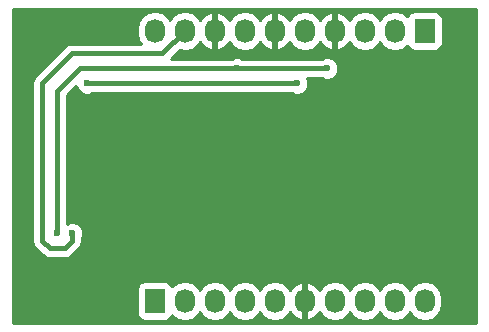
<source format=gbr>
G04 #@! TF.FileFunction,Copper,L2,Bot,Signal*
%FSLAX46Y46*%
G04 Gerber Fmt 4.6, Leading zero omitted, Abs format (unit mm)*
G04 Created by KiCad (PCBNEW 4.0.1-stable) date Monday, February 29, 2016 'PMt' 01:12:21 PM*
%MOMM*%
G01*
G04 APERTURE LIST*
%ADD10C,0.150000*%
%ADD11R,1.727200X2.032000*%
%ADD12O,1.727200X2.032000*%
%ADD13C,0.600000*%
%ADD14C,0.406400*%
%ADD15C,0.254000*%
G04 APERTURE END LIST*
D10*
D11*
X142240000Y-119380000D03*
D12*
X144780000Y-119380000D03*
X147320000Y-119380000D03*
X149860000Y-119380000D03*
X152400000Y-119380000D03*
X154940000Y-119380000D03*
X157480000Y-119380000D03*
X160020000Y-119380000D03*
X162560000Y-119380000D03*
X165100000Y-119380000D03*
D11*
X165100000Y-96520000D03*
D12*
X162560000Y-96520000D03*
X160020000Y-96520000D03*
X157480000Y-96520000D03*
X154940000Y-96520000D03*
X152400000Y-96520000D03*
X149860000Y-96520000D03*
X147320000Y-96520000D03*
X144780000Y-96520000D03*
X142240000Y-96520000D03*
D13*
X136525000Y-100965000D03*
X154305000Y-100965000D03*
X149225000Y-99695000D03*
X133985000Y-113665000D03*
X156845000Y-99695000D03*
X135255000Y-113665000D03*
D14*
X154305000Y-100965000D02*
X136525000Y-100965000D01*
X133985000Y-102870000D02*
X133985000Y-101600000D01*
X133985000Y-113665000D02*
X133985000Y-102870000D01*
X133985000Y-101600000D02*
X135890000Y-99695000D01*
X149225000Y-99695000D02*
X135890000Y-99695000D01*
X149225000Y-99695000D02*
X156845000Y-99695000D01*
X132715000Y-102235000D02*
X132715000Y-100965000D01*
X135255000Y-113665000D02*
X135255000Y-114300000D01*
X135255000Y-114300000D02*
X134620000Y-114935000D01*
X134620000Y-114935000D02*
X133350000Y-114935000D01*
X133350000Y-114935000D02*
X132715000Y-114300000D01*
X132715000Y-114300000D02*
X132715000Y-102235000D01*
X132715000Y-100965000D02*
X135255000Y-98425000D01*
X135255000Y-98425000D02*
X142875000Y-98425000D01*
X144780000Y-96520000D02*
X142875000Y-98425000D01*
D15*
G36*
X169470000Y-121210000D02*
X130250000Y-121210000D01*
X130250000Y-118364000D01*
X140728960Y-118364000D01*
X140728960Y-120396000D01*
X140773238Y-120631317D01*
X140912310Y-120847441D01*
X141124510Y-120992431D01*
X141376400Y-121043440D01*
X143103600Y-121043440D01*
X143338917Y-120999162D01*
X143555041Y-120860090D01*
X143700031Y-120647890D01*
X143708400Y-120606561D01*
X143720330Y-120624415D01*
X144206511Y-120949271D01*
X144780000Y-121063345D01*
X145353489Y-120949271D01*
X145839670Y-120624415D01*
X146050000Y-120309634D01*
X146260330Y-120624415D01*
X146746511Y-120949271D01*
X147320000Y-121063345D01*
X147893489Y-120949271D01*
X148379670Y-120624415D01*
X148590000Y-120309634D01*
X148800330Y-120624415D01*
X149286511Y-120949271D01*
X149860000Y-121063345D01*
X150433489Y-120949271D01*
X150919670Y-120624415D01*
X151130000Y-120309634D01*
X151340330Y-120624415D01*
X151826511Y-120949271D01*
X152400000Y-121063345D01*
X152973489Y-120949271D01*
X153459670Y-120624415D01*
X153666461Y-120314931D01*
X154037964Y-120730732D01*
X154565209Y-120984709D01*
X154580974Y-120987358D01*
X154813000Y-120866217D01*
X154813000Y-119507000D01*
X154793000Y-119507000D01*
X154793000Y-119253000D01*
X154813000Y-119253000D01*
X154813000Y-117893783D01*
X155067000Y-117893783D01*
X155067000Y-119253000D01*
X155087000Y-119253000D01*
X155087000Y-119507000D01*
X155067000Y-119507000D01*
X155067000Y-120866217D01*
X155299026Y-120987358D01*
X155314791Y-120984709D01*
X155842036Y-120730732D01*
X156213539Y-120314931D01*
X156420330Y-120624415D01*
X156906511Y-120949271D01*
X157480000Y-121063345D01*
X158053489Y-120949271D01*
X158539670Y-120624415D01*
X158750000Y-120309634D01*
X158960330Y-120624415D01*
X159446511Y-120949271D01*
X160020000Y-121063345D01*
X160593489Y-120949271D01*
X161079670Y-120624415D01*
X161290000Y-120309634D01*
X161500330Y-120624415D01*
X161986511Y-120949271D01*
X162560000Y-121063345D01*
X163133489Y-120949271D01*
X163619670Y-120624415D01*
X163830000Y-120309634D01*
X164040330Y-120624415D01*
X164526511Y-120949271D01*
X165100000Y-121063345D01*
X165673489Y-120949271D01*
X166159670Y-120624415D01*
X166484526Y-120138234D01*
X166598600Y-119564745D01*
X166598600Y-119195255D01*
X166484526Y-118621766D01*
X166159670Y-118135585D01*
X165673489Y-117810729D01*
X165100000Y-117696655D01*
X164526511Y-117810729D01*
X164040330Y-118135585D01*
X163830000Y-118450366D01*
X163619670Y-118135585D01*
X163133489Y-117810729D01*
X162560000Y-117696655D01*
X161986511Y-117810729D01*
X161500330Y-118135585D01*
X161290000Y-118450366D01*
X161079670Y-118135585D01*
X160593489Y-117810729D01*
X160020000Y-117696655D01*
X159446511Y-117810729D01*
X158960330Y-118135585D01*
X158750000Y-118450366D01*
X158539670Y-118135585D01*
X158053489Y-117810729D01*
X157480000Y-117696655D01*
X156906511Y-117810729D01*
X156420330Y-118135585D01*
X156213539Y-118445069D01*
X155842036Y-118029268D01*
X155314791Y-117775291D01*
X155299026Y-117772642D01*
X155067000Y-117893783D01*
X154813000Y-117893783D01*
X154580974Y-117772642D01*
X154565209Y-117775291D01*
X154037964Y-118029268D01*
X153666461Y-118445069D01*
X153459670Y-118135585D01*
X152973489Y-117810729D01*
X152400000Y-117696655D01*
X151826511Y-117810729D01*
X151340330Y-118135585D01*
X151130000Y-118450366D01*
X150919670Y-118135585D01*
X150433489Y-117810729D01*
X149860000Y-117696655D01*
X149286511Y-117810729D01*
X148800330Y-118135585D01*
X148590000Y-118450366D01*
X148379670Y-118135585D01*
X147893489Y-117810729D01*
X147320000Y-117696655D01*
X146746511Y-117810729D01*
X146260330Y-118135585D01*
X146050000Y-118450366D01*
X145839670Y-118135585D01*
X145353489Y-117810729D01*
X144780000Y-117696655D01*
X144206511Y-117810729D01*
X143720330Y-118135585D01*
X143710757Y-118149913D01*
X143706762Y-118128683D01*
X143567690Y-117912559D01*
X143355490Y-117767569D01*
X143103600Y-117716560D01*
X141376400Y-117716560D01*
X141141083Y-117760838D01*
X140924959Y-117899910D01*
X140779969Y-118112110D01*
X140728960Y-118364000D01*
X130250000Y-118364000D01*
X130250000Y-100965000D01*
X131876800Y-100965000D01*
X131876800Y-114300000D01*
X131940604Y-114620766D01*
X132122303Y-114892697D01*
X132757303Y-115527697D01*
X133029235Y-115709396D01*
X133350000Y-115773200D01*
X134620000Y-115773200D01*
X134940766Y-115709396D01*
X135212697Y-115527697D01*
X135847697Y-114892697D01*
X136029396Y-114620765D01*
X136093200Y-114300000D01*
X136093200Y-114084528D01*
X136189838Y-113851799D01*
X136190162Y-113479833D01*
X136048117Y-113136057D01*
X135785327Y-112872808D01*
X135441799Y-112730162D01*
X135069833Y-112729838D01*
X134823200Y-112831744D01*
X134823200Y-101947194D01*
X135598723Y-101171671D01*
X135731883Y-101493943D01*
X135994673Y-101757192D01*
X136338201Y-101899838D01*
X136710167Y-101900162D01*
X136944834Y-101803200D01*
X153885472Y-101803200D01*
X154118201Y-101899838D01*
X154490167Y-101900162D01*
X154833943Y-101758117D01*
X155097192Y-101495327D01*
X155239838Y-101151799D01*
X155240162Y-100779833D01*
X155138256Y-100533200D01*
X156425472Y-100533200D01*
X156658201Y-100629838D01*
X157030167Y-100630162D01*
X157373943Y-100488117D01*
X157637192Y-100225327D01*
X157779838Y-99881799D01*
X157780162Y-99509833D01*
X157638117Y-99166057D01*
X157375327Y-98902808D01*
X157031799Y-98760162D01*
X156659833Y-98759838D01*
X156425166Y-98856800D01*
X149644528Y-98856800D01*
X149411799Y-98760162D01*
X149039833Y-98759838D01*
X148805166Y-98856800D01*
X143628594Y-98856800D01*
X144364664Y-98120730D01*
X144780000Y-98203345D01*
X145353489Y-98089271D01*
X145839670Y-97764415D01*
X146046461Y-97454931D01*
X146417964Y-97870732D01*
X146945209Y-98124709D01*
X146960974Y-98127358D01*
X147193000Y-98006217D01*
X147193000Y-96647000D01*
X147173000Y-96647000D01*
X147173000Y-96393000D01*
X147193000Y-96393000D01*
X147193000Y-95033783D01*
X147447000Y-95033783D01*
X147447000Y-96393000D01*
X147467000Y-96393000D01*
X147467000Y-96647000D01*
X147447000Y-96647000D01*
X147447000Y-98006217D01*
X147679026Y-98127358D01*
X147694791Y-98124709D01*
X148222036Y-97870732D01*
X148593539Y-97454931D01*
X148800330Y-97764415D01*
X149286511Y-98089271D01*
X149860000Y-98203345D01*
X150433489Y-98089271D01*
X150919670Y-97764415D01*
X151126461Y-97454931D01*
X151497964Y-97870732D01*
X152025209Y-98124709D01*
X152040974Y-98127358D01*
X152273000Y-98006217D01*
X152273000Y-96647000D01*
X152253000Y-96647000D01*
X152253000Y-96393000D01*
X152273000Y-96393000D01*
X152273000Y-95033783D01*
X152527000Y-95033783D01*
X152527000Y-96393000D01*
X152547000Y-96393000D01*
X152547000Y-96647000D01*
X152527000Y-96647000D01*
X152527000Y-98006217D01*
X152759026Y-98127358D01*
X152774791Y-98124709D01*
X153302036Y-97870732D01*
X153673539Y-97454931D01*
X153880330Y-97764415D01*
X154366511Y-98089271D01*
X154940000Y-98203345D01*
X155513489Y-98089271D01*
X155999670Y-97764415D01*
X156206461Y-97454931D01*
X156577964Y-97870732D01*
X157105209Y-98124709D01*
X157120974Y-98127358D01*
X157353000Y-98006217D01*
X157353000Y-96647000D01*
X157333000Y-96647000D01*
X157333000Y-96393000D01*
X157353000Y-96393000D01*
X157353000Y-95033783D01*
X157607000Y-95033783D01*
X157607000Y-96393000D01*
X157627000Y-96393000D01*
X157627000Y-96647000D01*
X157607000Y-96647000D01*
X157607000Y-98006217D01*
X157839026Y-98127358D01*
X157854791Y-98124709D01*
X158382036Y-97870732D01*
X158753539Y-97454931D01*
X158960330Y-97764415D01*
X159446511Y-98089271D01*
X160020000Y-98203345D01*
X160593489Y-98089271D01*
X161079670Y-97764415D01*
X161290000Y-97449634D01*
X161500330Y-97764415D01*
X161986511Y-98089271D01*
X162560000Y-98203345D01*
X163133489Y-98089271D01*
X163619670Y-97764415D01*
X163629243Y-97750087D01*
X163633238Y-97771317D01*
X163772310Y-97987441D01*
X163984510Y-98132431D01*
X164236400Y-98183440D01*
X165963600Y-98183440D01*
X166198917Y-98139162D01*
X166415041Y-98000090D01*
X166560031Y-97787890D01*
X166611040Y-97536000D01*
X166611040Y-95504000D01*
X166566762Y-95268683D01*
X166427690Y-95052559D01*
X166215490Y-94907569D01*
X165963600Y-94856560D01*
X164236400Y-94856560D01*
X164001083Y-94900838D01*
X163784959Y-95039910D01*
X163639969Y-95252110D01*
X163631600Y-95293439D01*
X163619670Y-95275585D01*
X163133489Y-94950729D01*
X162560000Y-94836655D01*
X161986511Y-94950729D01*
X161500330Y-95275585D01*
X161290000Y-95590366D01*
X161079670Y-95275585D01*
X160593489Y-94950729D01*
X160020000Y-94836655D01*
X159446511Y-94950729D01*
X158960330Y-95275585D01*
X158753539Y-95585069D01*
X158382036Y-95169268D01*
X157854791Y-94915291D01*
X157839026Y-94912642D01*
X157607000Y-95033783D01*
X157353000Y-95033783D01*
X157120974Y-94912642D01*
X157105209Y-94915291D01*
X156577964Y-95169268D01*
X156206461Y-95585069D01*
X155999670Y-95275585D01*
X155513489Y-94950729D01*
X154940000Y-94836655D01*
X154366511Y-94950729D01*
X153880330Y-95275585D01*
X153673539Y-95585069D01*
X153302036Y-95169268D01*
X152774791Y-94915291D01*
X152759026Y-94912642D01*
X152527000Y-95033783D01*
X152273000Y-95033783D01*
X152040974Y-94912642D01*
X152025209Y-94915291D01*
X151497964Y-95169268D01*
X151126461Y-95585069D01*
X150919670Y-95275585D01*
X150433489Y-94950729D01*
X149860000Y-94836655D01*
X149286511Y-94950729D01*
X148800330Y-95275585D01*
X148593539Y-95585069D01*
X148222036Y-95169268D01*
X147694791Y-94915291D01*
X147679026Y-94912642D01*
X147447000Y-95033783D01*
X147193000Y-95033783D01*
X146960974Y-94912642D01*
X146945209Y-94915291D01*
X146417964Y-95169268D01*
X146046461Y-95585069D01*
X145839670Y-95275585D01*
X145353489Y-94950729D01*
X144780000Y-94836655D01*
X144206511Y-94950729D01*
X143720330Y-95275585D01*
X143510000Y-95590366D01*
X143299670Y-95275585D01*
X142813489Y-94950729D01*
X142240000Y-94836655D01*
X141666511Y-94950729D01*
X141180330Y-95275585D01*
X140855474Y-95761766D01*
X140741400Y-96335255D01*
X140741400Y-96704745D01*
X140855474Y-97278234D01*
X141061651Y-97586800D01*
X135255000Y-97586800D01*
X134934235Y-97650604D01*
X134934233Y-97650605D01*
X134934234Y-97650605D01*
X134662303Y-97832303D01*
X132122303Y-100372303D01*
X131940604Y-100644234D01*
X131876800Y-100965000D01*
X130250000Y-100965000D01*
X130250000Y-94690000D01*
X169470000Y-94690000D01*
X169470000Y-121210000D01*
X169470000Y-121210000D01*
G37*
X169470000Y-121210000D02*
X130250000Y-121210000D01*
X130250000Y-118364000D01*
X140728960Y-118364000D01*
X140728960Y-120396000D01*
X140773238Y-120631317D01*
X140912310Y-120847441D01*
X141124510Y-120992431D01*
X141376400Y-121043440D01*
X143103600Y-121043440D01*
X143338917Y-120999162D01*
X143555041Y-120860090D01*
X143700031Y-120647890D01*
X143708400Y-120606561D01*
X143720330Y-120624415D01*
X144206511Y-120949271D01*
X144780000Y-121063345D01*
X145353489Y-120949271D01*
X145839670Y-120624415D01*
X146050000Y-120309634D01*
X146260330Y-120624415D01*
X146746511Y-120949271D01*
X147320000Y-121063345D01*
X147893489Y-120949271D01*
X148379670Y-120624415D01*
X148590000Y-120309634D01*
X148800330Y-120624415D01*
X149286511Y-120949271D01*
X149860000Y-121063345D01*
X150433489Y-120949271D01*
X150919670Y-120624415D01*
X151130000Y-120309634D01*
X151340330Y-120624415D01*
X151826511Y-120949271D01*
X152400000Y-121063345D01*
X152973489Y-120949271D01*
X153459670Y-120624415D01*
X153666461Y-120314931D01*
X154037964Y-120730732D01*
X154565209Y-120984709D01*
X154580974Y-120987358D01*
X154813000Y-120866217D01*
X154813000Y-119507000D01*
X154793000Y-119507000D01*
X154793000Y-119253000D01*
X154813000Y-119253000D01*
X154813000Y-117893783D01*
X155067000Y-117893783D01*
X155067000Y-119253000D01*
X155087000Y-119253000D01*
X155087000Y-119507000D01*
X155067000Y-119507000D01*
X155067000Y-120866217D01*
X155299026Y-120987358D01*
X155314791Y-120984709D01*
X155842036Y-120730732D01*
X156213539Y-120314931D01*
X156420330Y-120624415D01*
X156906511Y-120949271D01*
X157480000Y-121063345D01*
X158053489Y-120949271D01*
X158539670Y-120624415D01*
X158750000Y-120309634D01*
X158960330Y-120624415D01*
X159446511Y-120949271D01*
X160020000Y-121063345D01*
X160593489Y-120949271D01*
X161079670Y-120624415D01*
X161290000Y-120309634D01*
X161500330Y-120624415D01*
X161986511Y-120949271D01*
X162560000Y-121063345D01*
X163133489Y-120949271D01*
X163619670Y-120624415D01*
X163830000Y-120309634D01*
X164040330Y-120624415D01*
X164526511Y-120949271D01*
X165100000Y-121063345D01*
X165673489Y-120949271D01*
X166159670Y-120624415D01*
X166484526Y-120138234D01*
X166598600Y-119564745D01*
X166598600Y-119195255D01*
X166484526Y-118621766D01*
X166159670Y-118135585D01*
X165673489Y-117810729D01*
X165100000Y-117696655D01*
X164526511Y-117810729D01*
X164040330Y-118135585D01*
X163830000Y-118450366D01*
X163619670Y-118135585D01*
X163133489Y-117810729D01*
X162560000Y-117696655D01*
X161986511Y-117810729D01*
X161500330Y-118135585D01*
X161290000Y-118450366D01*
X161079670Y-118135585D01*
X160593489Y-117810729D01*
X160020000Y-117696655D01*
X159446511Y-117810729D01*
X158960330Y-118135585D01*
X158750000Y-118450366D01*
X158539670Y-118135585D01*
X158053489Y-117810729D01*
X157480000Y-117696655D01*
X156906511Y-117810729D01*
X156420330Y-118135585D01*
X156213539Y-118445069D01*
X155842036Y-118029268D01*
X155314791Y-117775291D01*
X155299026Y-117772642D01*
X155067000Y-117893783D01*
X154813000Y-117893783D01*
X154580974Y-117772642D01*
X154565209Y-117775291D01*
X154037964Y-118029268D01*
X153666461Y-118445069D01*
X153459670Y-118135585D01*
X152973489Y-117810729D01*
X152400000Y-117696655D01*
X151826511Y-117810729D01*
X151340330Y-118135585D01*
X151130000Y-118450366D01*
X150919670Y-118135585D01*
X150433489Y-117810729D01*
X149860000Y-117696655D01*
X149286511Y-117810729D01*
X148800330Y-118135585D01*
X148590000Y-118450366D01*
X148379670Y-118135585D01*
X147893489Y-117810729D01*
X147320000Y-117696655D01*
X146746511Y-117810729D01*
X146260330Y-118135585D01*
X146050000Y-118450366D01*
X145839670Y-118135585D01*
X145353489Y-117810729D01*
X144780000Y-117696655D01*
X144206511Y-117810729D01*
X143720330Y-118135585D01*
X143710757Y-118149913D01*
X143706762Y-118128683D01*
X143567690Y-117912559D01*
X143355490Y-117767569D01*
X143103600Y-117716560D01*
X141376400Y-117716560D01*
X141141083Y-117760838D01*
X140924959Y-117899910D01*
X140779969Y-118112110D01*
X140728960Y-118364000D01*
X130250000Y-118364000D01*
X130250000Y-100965000D01*
X131876800Y-100965000D01*
X131876800Y-114300000D01*
X131940604Y-114620766D01*
X132122303Y-114892697D01*
X132757303Y-115527697D01*
X133029235Y-115709396D01*
X133350000Y-115773200D01*
X134620000Y-115773200D01*
X134940766Y-115709396D01*
X135212697Y-115527697D01*
X135847697Y-114892697D01*
X136029396Y-114620765D01*
X136093200Y-114300000D01*
X136093200Y-114084528D01*
X136189838Y-113851799D01*
X136190162Y-113479833D01*
X136048117Y-113136057D01*
X135785327Y-112872808D01*
X135441799Y-112730162D01*
X135069833Y-112729838D01*
X134823200Y-112831744D01*
X134823200Y-101947194D01*
X135598723Y-101171671D01*
X135731883Y-101493943D01*
X135994673Y-101757192D01*
X136338201Y-101899838D01*
X136710167Y-101900162D01*
X136944834Y-101803200D01*
X153885472Y-101803200D01*
X154118201Y-101899838D01*
X154490167Y-101900162D01*
X154833943Y-101758117D01*
X155097192Y-101495327D01*
X155239838Y-101151799D01*
X155240162Y-100779833D01*
X155138256Y-100533200D01*
X156425472Y-100533200D01*
X156658201Y-100629838D01*
X157030167Y-100630162D01*
X157373943Y-100488117D01*
X157637192Y-100225327D01*
X157779838Y-99881799D01*
X157780162Y-99509833D01*
X157638117Y-99166057D01*
X157375327Y-98902808D01*
X157031799Y-98760162D01*
X156659833Y-98759838D01*
X156425166Y-98856800D01*
X149644528Y-98856800D01*
X149411799Y-98760162D01*
X149039833Y-98759838D01*
X148805166Y-98856800D01*
X143628594Y-98856800D01*
X144364664Y-98120730D01*
X144780000Y-98203345D01*
X145353489Y-98089271D01*
X145839670Y-97764415D01*
X146046461Y-97454931D01*
X146417964Y-97870732D01*
X146945209Y-98124709D01*
X146960974Y-98127358D01*
X147193000Y-98006217D01*
X147193000Y-96647000D01*
X147173000Y-96647000D01*
X147173000Y-96393000D01*
X147193000Y-96393000D01*
X147193000Y-95033783D01*
X147447000Y-95033783D01*
X147447000Y-96393000D01*
X147467000Y-96393000D01*
X147467000Y-96647000D01*
X147447000Y-96647000D01*
X147447000Y-98006217D01*
X147679026Y-98127358D01*
X147694791Y-98124709D01*
X148222036Y-97870732D01*
X148593539Y-97454931D01*
X148800330Y-97764415D01*
X149286511Y-98089271D01*
X149860000Y-98203345D01*
X150433489Y-98089271D01*
X150919670Y-97764415D01*
X151126461Y-97454931D01*
X151497964Y-97870732D01*
X152025209Y-98124709D01*
X152040974Y-98127358D01*
X152273000Y-98006217D01*
X152273000Y-96647000D01*
X152253000Y-96647000D01*
X152253000Y-96393000D01*
X152273000Y-96393000D01*
X152273000Y-95033783D01*
X152527000Y-95033783D01*
X152527000Y-96393000D01*
X152547000Y-96393000D01*
X152547000Y-96647000D01*
X152527000Y-96647000D01*
X152527000Y-98006217D01*
X152759026Y-98127358D01*
X152774791Y-98124709D01*
X153302036Y-97870732D01*
X153673539Y-97454931D01*
X153880330Y-97764415D01*
X154366511Y-98089271D01*
X154940000Y-98203345D01*
X155513489Y-98089271D01*
X155999670Y-97764415D01*
X156206461Y-97454931D01*
X156577964Y-97870732D01*
X157105209Y-98124709D01*
X157120974Y-98127358D01*
X157353000Y-98006217D01*
X157353000Y-96647000D01*
X157333000Y-96647000D01*
X157333000Y-96393000D01*
X157353000Y-96393000D01*
X157353000Y-95033783D01*
X157607000Y-95033783D01*
X157607000Y-96393000D01*
X157627000Y-96393000D01*
X157627000Y-96647000D01*
X157607000Y-96647000D01*
X157607000Y-98006217D01*
X157839026Y-98127358D01*
X157854791Y-98124709D01*
X158382036Y-97870732D01*
X158753539Y-97454931D01*
X158960330Y-97764415D01*
X159446511Y-98089271D01*
X160020000Y-98203345D01*
X160593489Y-98089271D01*
X161079670Y-97764415D01*
X161290000Y-97449634D01*
X161500330Y-97764415D01*
X161986511Y-98089271D01*
X162560000Y-98203345D01*
X163133489Y-98089271D01*
X163619670Y-97764415D01*
X163629243Y-97750087D01*
X163633238Y-97771317D01*
X163772310Y-97987441D01*
X163984510Y-98132431D01*
X164236400Y-98183440D01*
X165963600Y-98183440D01*
X166198917Y-98139162D01*
X166415041Y-98000090D01*
X166560031Y-97787890D01*
X166611040Y-97536000D01*
X166611040Y-95504000D01*
X166566762Y-95268683D01*
X166427690Y-95052559D01*
X166215490Y-94907569D01*
X165963600Y-94856560D01*
X164236400Y-94856560D01*
X164001083Y-94900838D01*
X163784959Y-95039910D01*
X163639969Y-95252110D01*
X163631600Y-95293439D01*
X163619670Y-95275585D01*
X163133489Y-94950729D01*
X162560000Y-94836655D01*
X161986511Y-94950729D01*
X161500330Y-95275585D01*
X161290000Y-95590366D01*
X161079670Y-95275585D01*
X160593489Y-94950729D01*
X160020000Y-94836655D01*
X159446511Y-94950729D01*
X158960330Y-95275585D01*
X158753539Y-95585069D01*
X158382036Y-95169268D01*
X157854791Y-94915291D01*
X157839026Y-94912642D01*
X157607000Y-95033783D01*
X157353000Y-95033783D01*
X157120974Y-94912642D01*
X157105209Y-94915291D01*
X156577964Y-95169268D01*
X156206461Y-95585069D01*
X155999670Y-95275585D01*
X155513489Y-94950729D01*
X154940000Y-94836655D01*
X154366511Y-94950729D01*
X153880330Y-95275585D01*
X153673539Y-95585069D01*
X153302036Y-95169268D01*
X152774791Y-94915291D01*
X152759026Y-94912642D01*
X152527000Y-95033783D01*
X152273000Y-95033783D01*
X152040974Y-94912642D01*
X152025209Y-94915291D01*
X151497964Y-95169268D01*
X151126461Y-95585069D01*
X150919670Y-95275585D01*
X150433489Y-94950729D01*
X149860000Y-94836655D01*
X149286511Y-94950729D01*
X148800330Y-95275585D01*
X148593539Y-95585069D01*
X148222036Y-95169268D01*
X147694791Y-94915291D01*
X147679026Y-94912642D01*
X147447000Y-95033783D01*
X147193000Y-95033783D01*
X146960974Y-94912642D01*
X146945209Y-94915291D01*
X146417964Y-95169268D01*
X146046461Y-95585069D01*
X145839670Y-95275585D01*
X145353489Y-94950729D01*
X144780000Y-94836655D01*
X144206511Y-94950729D01*
X143720330Y-95275585D01*
X143510000Y-95590366D01*
X143299670Y-95275585D01*
X142813489Y-94950729D01*
X142240000Y-94836655D01*
X141666511Y-94950729D01*
X141180330Y-95275585D01*
X140855474Y-95761766D01*
X140741400Y-96335255D01*
X140741400Y-96704745D01*
X140855474Y-97278234D01*
X141061651Y-97586800D01*
X135255000Y-97586800D01*
X134934235Y-97650604D01*
X134934233Y-97650605D01*
X134934234Y-97650605D01*
X134662303Y-97832303D01*
X132122303Y-100372303D01*
X131940604Y-100644234D01*
X131876800Y-100965000D01*
X130250000Y-100965000D01*
X130250000Y-94690000D01*
X169470000Y-94690000D01*
X169470000Y-121210000D01*
M02*

</source>
